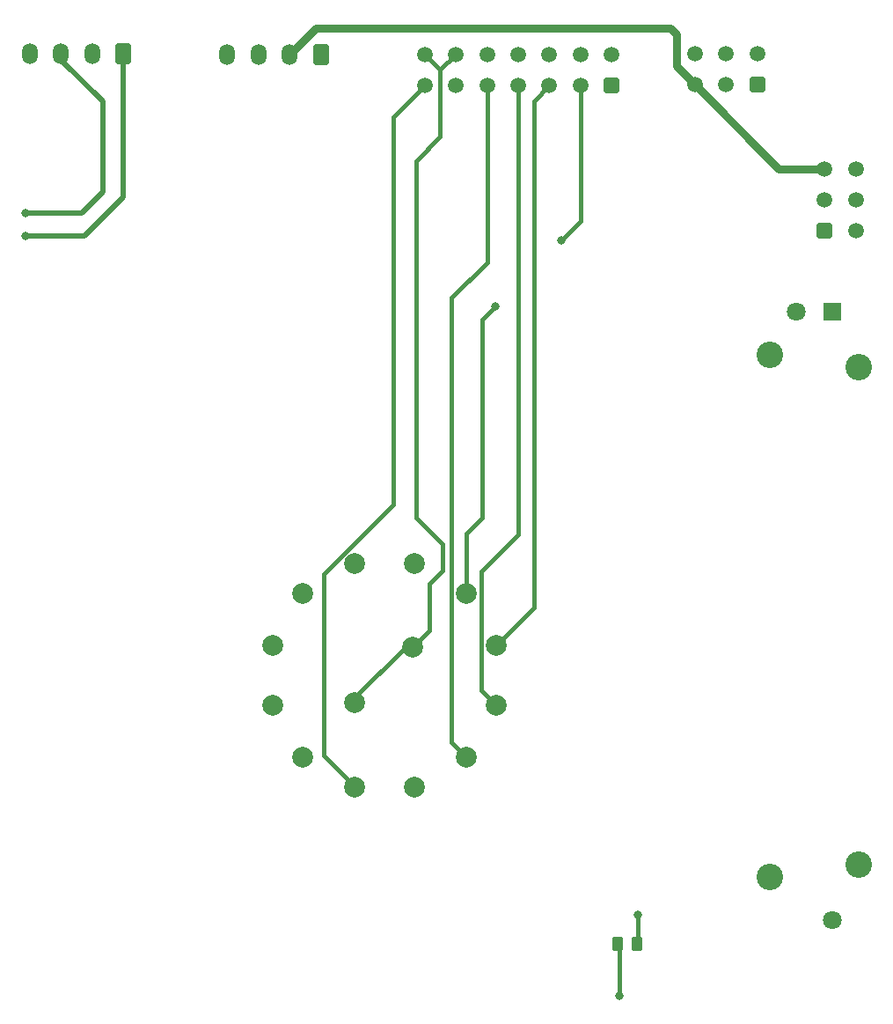
<source format=gbr>
%TF.GenerationSoftware,KiCad,Pcbnew,7.0.5*%
%TF.CreationDate,2023-09-23T15:40:50-05:00*%
%TF.ProjectId,ControlsSim,436f6e74-726f-46c7-9353-696d2e6b6963,rev?*%
%TF.SameCoordinates,Original*%
%TF.FileFunction,Copper,L2,Bot*%
%TF.FilePolarity,Positive*%
%FSLAX46Y46*%
G04 Gerber Fmt 4.6, Leading zero omitted, Abs format (unit mm)*
G04 Created by KiCad (PCBNEW 7.0.5) date 2023-09-23 15:40:50*
%MOMM*%
%LPD*%
G01*
G04 APERTURE LIST*
G04 Aperture macros list*
%AMRoundRect*
0 Rectangle with rounded corners*
0 $1 Rounding radius*
0 $2 $3 $4 $5 $6 $7 $8 $9 X,Y pos of 4 corners*
0 Add a 4 corners polygon primitive as box body*
4,1,4,$2,$3,$4,$5,$6,$7,$8,$9,$2,$3,0*
0 Add four circle primitives for the rounded corners*
1,1,$1+$1,$2,$3*
1,1,$1+$1,$4,$5*
1,1,$1+$1,$6,$7*
1,1,$1+$1,$8,$9*
0 Add four rect primitives between the rounded corners*
20,1,$1+$1,$2,$3,$4,$5,0*
20,1,$1+$1,$4,$5,$6,$7,0*
20,1,$1+$1,$6,$7,$8,$9,0*
20,1,$1+$1,$8,$9,$2,$3,0*%
G04 Aperture macros list end*
%TA.AperFunction,ComponentPad*%
%ADD10RoundRect,0.250001X0.499999X0.499999X-0.499999X0.499999X-0.499999X-0.499999X0.499999X-0.499999X0*%
%TD*%
%TA.AperFunction,ComponentPad*%
%ADD11C,1.500000*%
%TD*%
%TA.AperFunction,ComponentPad*%
%ADD12RoundRect,0.250001X0.499999X0.759999X-0.499999X0.759999X-0.499999X-0.759999X0.499999X-0.759999X0*%
%TD*%
%TA.AperFunction,ComponentPad*%
%ADD13O,1.500000X2.020000*%
%TD*%
%TA.AperFunction,ComponentPad*%
%ADD14R,1.800000X1.800000*%
%TD*%
%TA.AperFunction,ComponentPad*%
%ADD15C,1.800000*%
%TD*%
%TA.AperFunction,ComponentPad*%
%ADD16C,2.550000*%
%TD*%
%TA.AperFunction,ComponentPad*%
%ADD17C,2.006600*%
%TD*%
%TA.AperFunction,ComponentPad*%
%ADD18RoundRect,0.250001X0.499999X-0.499999X0.499999X0.499999X-0.499999X0.499999X-0.499999X-0.499999X0*%
%TD*%
%TA.AperFunction,SMDPad,CuDef*%
%ADD19RoundRect,0.250000X-0.262500X-0.450000X0.262500X-0.450000X0.262500X0.450000X-0.262500X0.450000X0*%
%TD*%
%TA.AperFunction,ViaPad*%
%ADD20C,0.800000*%
%TD*%
%TA.AperFunction,Conductor*%
%ADD21C,0.400000*%
%TD*%
%TA.AperFunction,Conductor*%
%ADD22C,0.750000*%
%TD*%
%TA.AperFunction,Conductor*%
%ADD23C,0.500000*%
%TD*%
G04 APERTURE END LIST*
D10*
%TO.P,J7,1,Pin_1*%
%TO.N,/Rot1*%
X172500000Y-57500000D03*
D11*
%TO.P,J7,2,Pin_2*%
%TO.N,/Rot2*%
X169500000Y-57500000D03*
%TO.P,J7,3,Pin_3*%
%TO.N,/Rot3*%
X166500000Y-57500000D03*
%TO.P,J7,4,Pin_4*%
%TO.N,/Rot4*%
X163500000Y-57500000D03*
%TO.P,J7,5,Pin_5*%
%TO.N,/Rot5*%
X160500000Y-57500000D03*
%TO.P,J7,6,Pin_6*%
%TO.N,unconnected-(J7-Pin_6-Pad6)*%
X157500000Y-57500000D03*
%TO.P,J7,7,Pin_7*%
%TO.N,/Rot7*%
X154500000Y-57500000D03*
%TO.P,J7,8,Pin_8*%
%TO.N,/Rot8*%
X172500000Y-54500000D03*
%TO.P,J7,9,Pin_9*%
%TO.N,/Rot9*%
X169500000Y-54500000D03*
%TO.P,J7,10,Pin_10*%
%TO.N,/Rot10*%
X166500000Y-54500000D03*
%TO.P,J7,11,Pin_11*%
%TO.N,/Rot11*%
X163500000Y-54500000D03*
%TO.P,J7,12,Pin_12*%
%TO.N,unconnected-(J7-Pin_12-Pad12)*%
X160500000Y-54500000D03*
%TO.P,J7,13,Pin_13*%
%TO.N,/RotV+*%
X157500000Y-54500000D03*
%TO.P,J7,14,Pin_14*%
X154500000Y-54500000D03*
%TD*%
D12*
%TO.P,J6,1,Pin_1*%
%TO.N,/A_D_Mn2*%
X144500000Y-54500000D03*
D13*
%TO.P,J6,2,Pin_2*%
%TO.N,GND*%
X141500000Y-54500000D03*
%TO.P,J6,3,Pin_3*%
%TO.N,/A_D_Pre2*%
X138500000Y-54500000D03*
%TO.P,J6,4,Pin_4*%
%TO.N,GND*%
X135500000Y-54500000D03*
%TD*%
D14*
%TO.P,RV1,1,1*%
%TO.N,+3V3*%
X193750000Y-79250000D03*
D15*
%TO.P,RV1,2,2*%
%TO.N,Acc_Pot_Vo*%
X190250000Y-79250000D03*
%TO.P,RV1,3,3*%
%TO.N,GND*%
X193750000Y-137750000D03*
D16*
%TO.P,RV1,S1*%
%TO.N,N/C*%
X196250000Y-84600000D03*
%TO.P,RV1,S2*%
X187750000Y-83400000D03*
%TO.P,RV1,S3*%
X196250000Y-132400000D03*
%TO.P,RV1,S4*%
X187750000Y-133600000D03*
%TD*%
D10*
%TO.P,J3,1,Pin_1*%
%TO.N,+3V3*%
X186500000Y-57415000D03*
D11*
%TO.P,J3,2,Pin_2*%
%TO.N,Brk_Signal*%
X183500000Y-57415000D03*
%TO.P,J3,3,Pin_3*%
%TO.N,GND*%
X180500000Y-57415000D03*
%TO.P,J3,4,Pin_4*%
%TO.N,unconnected-(J3-Pin_4-Pad4)*%
X186500000Y-54415000D03*
%TO.P,J3,5,Pin_5*%
%TO.N,unconnected-(J3-Pin_5-Pad5)*%
X183500000Y-54415000D03*
%TO.P,J3,6,Pin_6*%
%TO.N,unconnected-(J3-Pin_6-Pad6)*%
X180500000Y-54415000D03*
%TD*%
D17*
%TO.P,SW2,1,1*%
%TO.N,/Rot1*%
X153499999Y-103500000D03*
%TO.P,SW2,2,2*%
%TO.N,/Rot2*%
X158475905Y-106372839D03*
%TO.P,SW2,3,3*%
%TO.N,/Rot3*%
X161348744Y-111348744D03*
%TO.P,SW2,4,4*%
%TO.N,/Rot4*%
X161348744Y-117094423D03*
%TO.P,SW2,5,5*%
%TO.N,/Rot5*%
X158475905Y-122070328D03*
%TO.P,SW2,6,6*%
%TO.N,unconnected-(SW2-Pad6)*%
X153499999Y-124943167D03*
%TO.P,SW2,7,7*%
%TO.N,/Rot7*%
X147754321Y-124943167D03*
%TO.P,SW2,8,8*%
%TO.N,/Rot8*%
X142778416Y-122070328D03*
%TO.P,SW2,9,9*%
%TO.N,/Rot9*%
X139905577Y-117094423D03*
%TO.P,SW2,10,10*%
%TO.N,/Rot10*%
X139905577Y-111348744D03*
%TO.P,SW2,11,11*%
%TO.N,/Rot11*%
X142778416Y-106372839D03*
%TO.P,SW2,12,12*%
%TO.N,unconnected-(SW2-Pad12)*%
X147754321Y-103500000D03*
%TO.P,SW2,13,13*%
%TO.N,/RotV+*%
X153357158Y-111491586D03*
%TO.P,SW2,14,14*%
X147785000Y-116809600D03*
%TD*%
D18*
%TO.P,J2,1,Pin_1*%
%TO.N,+3V3*%
X193000000Y-71500000D03*
D11*
%TO.P,J2,2,Pin_2*%
%TO.N,Acc_Pot_Vo*%
X193000000Y-68500000D03*
%TO.P,J2,3,Pin_3*%
%TO.N,GND*%
X193000000Y-65500000D03*
%TO.P,J2,4,Pin_4*%
%TO.N,unconnected-(J2-Pin_4-Pad4)*%
X196000000Y-71500000D03*
%TO.P,J2,5,Pin_5*%
%TO.N,unconnected-(J2-Pin_5-Pad5)*%
X196000000Y-68500000D03*
%TO.P,J2,6,Pin_6*%
%TO.N,unconnected-(J2-Pin_6-Pad6)*%
X196000000Y-65500000D03*
%TD*%
D12*
%TO.P,J5,1,Pin_1*%
%TO.N,/M_D_Mn2*%
X125500000Y-54415000D03*
D13*
%TO.P,J5,2,Pin_2*%
%TO.N,GND*%
X122500000Y-54415000D03*
%TO.P,J5,3,Pin_3*%
%TO.N,/M_D_Pre2*%
X119500000Y-54415000D03*
%TO.P,J5,4,Pin_4*%
%TO.N,GND*%
X116500000Y-54415000D03*
%TD*%
D19*
%TO.P,R8,1*%
%TO.N,Brk_Signal*%
X173087500Y-140000000D03*
%TO.P,R8,2*%
%TO.N,GND*%
X174912500Y-140000000D03*
%TD*%
D20*
%TO.N,GND*%
X175000000Y-137250000D03*
%TO.N,/Rot2*%
X161290000Y-78740000D03*
X167640000Y-72390000D03*
%TO.N,Brk_Signal*%
X173250000Y-145000000D03*
%TO.N,/M_D_Pre2*%
X116078000Y-69750000D03*
%TO.N,/M_D_Mn2*%
X116078000Y-72000000D03*
%TD*%
D21*
%TO.N,GND*%
X175000000Y-137250000D02*
X175000000Y-139912500D01*
D22*
X178181120Y-52000000D02*
X144000000Y-52000000D01*
X180500000Y-57415000D02*
X178750000Y-55665000D01*
X178750000Y-55665000D02*
X178750000Y-52568880D01*
X188585000Y-65500000D02*
X193000000Y-65500000D01*
D21*
X175000000Y-139912500D02*
X174912500Y-140000000D01*
D22*
X144000000Y-52000000D02*
X141500000Y-54500000D01*
X180500000Y-57415000D02*
X188585000Y-65500000D01*
X178750000Y-52568880D02*
X178181120Y-52000000D01*
D21*
%TO.N,/Rot2*%
X160020000Y-99060000D02*
X160020000Y-80010000D01*
X158475905Y-106372839D02*
X158475905Y-100604095D01*
X167640000Y-72390000D02*
X169500000Y-70530000D01*
X158475905Y-100604095D02*
X160020000Y-99060000D01*
X160020000Y-80010000D02*
X161290000Y-78740000D01*
X169500000Y-70530000D02*
X169500000Y-57500000D01*
%TO.N,/Rot3*%
X165000000Y-59000000D02*
X166500000Y-57500000D01*
X161348744Y-111348744D02*
X165000000Y-107697488D01*
X165000000Y-107697488D02*
X165000000Y-59000000D01*
%TO.N,/Rot4*%
X159945444Y-115691123D02*
X159945444Y-104214556D01*
X163500000Y-100660000D02*
X163500000Y-57500000D01*
X159945444Y-104214556D02*
X163500000Y-100660000D01*
X161348744Y-117094423D02*
X159945444Y-115691123D01*
%TO.N,/Rot5*%
X158475905Y-122070328D02*
X157072605Y-120667028D01*
X157072605Y-77927395D02*
X160500000Y-74500000D01*
X160500000Y-57500000D02*
X160500000Y-74500000D01*
X157072605Y-120667028D02*
X157072605Y-77927395D01*
%TO.N,/Rot7*%
X147754321Y-124894321D02*
X144780000Y-121920000D01*
X147754321Y-124943167D02*
X147754321Y-124894321D01*
X144780000Y-121920000D02*
X144780000Y-104489755D01*
X144780000Y-104489755D02*
X151500000Y-97769755D01*
X151500000Y-97769755D02*
X151500000Y-60500000D01*
X151500000Y-60500000D02*
X154500000Y-57500000D01*
%TO.N,/RotV+*%
X147785000Y-116375000D02*
X152668414Y-111491586D01*
X153670000Y-99060000D02*
X153670000Y-64770000D01*
X156210000Y-104140000D02*
X156210000Y-101600000D01*
X152668414Y-111491586D02*
X153357158Y-111491586D01*
X156000000Y-62440000D02*
X156000000Y-56000000D01*
X154940000Y-105410000D02*
X156210000Y-104140000D01*
X153357158Y-111491586D02*
X154940000Y-109908744D01*
X156000000Y-56000000D02*
X157500000Y-54500000D01*
X154940000Y-109908744D02*
X154940000Y-105410000D01*
X154500000Y-54500000D02*
X156000000Y-56000000D01*
X147785000Y-116809600D02*
X147785000Y-116375000D01*
X153670000Y-64770000D02*
X156000000Y-62440000D01*
X156210000Y-101600000D02*
X153670000Y-99060000D01*
%TO.N,Brk_Signal*%
X173250000Y-145000000D02*
X173250000Y-140162500D01*
X173250000Y-140162500D02*
X173087500Y-140000000D01*
D23*
%TO.N,/M_D_Pre2*%
X121500000Y-69750000D02*
X123500000Y-67750000D01*
X119500000Y-55000000D02*
X119500000Y-54415000D01*
X123500000Y-67750000D02*
X123500000Y-59000000D01*
X123500000Y-59000000D02*
X119500000Y-55000000D01*
X116078000Y-69750000D02*
X121500000Y-69750000D01*
%TO.N,/M_D_Mn2*%
X125500000Y-68250000D02*
X125500000Y-54415000D01*
X121750000Y-72000000D02*
X125500000Y-68250000D01*
X116078000Y-72000000D02*
X121750000Y-72000000D01*
%TD*%
M02*

</source>
